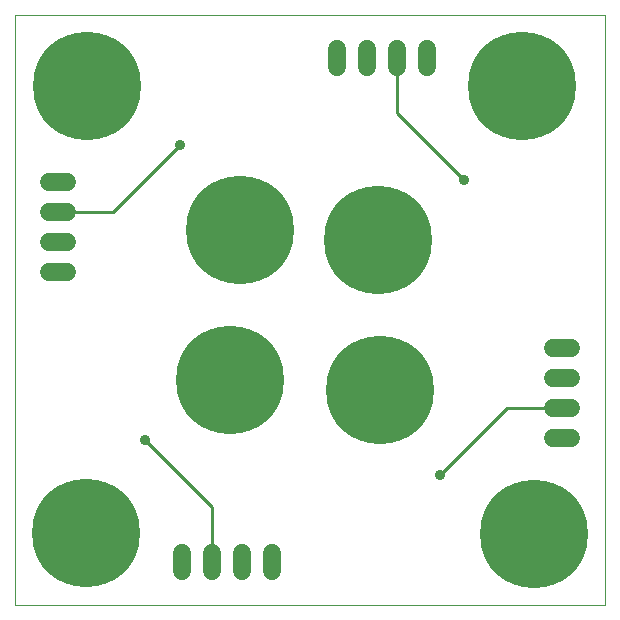
<source format=gbl>
G75*
G70*
%OFA0B0*%
%FSLAX24Y24*%
%IPPOS*%
%LPD*%
%AMOC8*
5,1,8,0,0,1.08239X$1,22.5*
%
%ADD10C,0.0000*%
%ADD11C,0.3600*%
%ADD12C,0.0600*%
%ADD13C,0.0356*%
%ADD14C,0.0100*%
D10*
X000181Y000181D02*
X000181Y019866D01*
X019866Y019866D01*
X019866Y000181D01*
X000181Y000181D01*
D11*
X002567Y002575D03*
X007355Y007693D03*
X012355Y007355D03*
X012300Y012355D03*
X007693Y012693D03*
X002575Y017481D03*
X017087Y017473D03*
X017473Y002567D03*
D12*
X018110Y005748D02*
X018710Y005748D01*
X018710Y006748D02*
X018110Y006748D01*
X018110Y007748D02*
X018710Y007748D01*
X018710Y008748D02*
X018110Y008748D01*
X013906Y018110D02*
X013906Y018710D01*
X012906Y018710D02*
X012906Y018110D01*
X011906Y018110D02*
X011906Y018710D01*
X010906Y018710D02*
X010906Y018110D01*
X001938Y014300D02*
X001338Y014300D01*
X001338Y013300D02*
X001938Y013300D01*
X001938Y012300D02*
X001338Y012300D01*
X001338Y011300D02*
X001938Y011300D01*
X005748Y001938D02*
X005748Y001338D01*
X006748Y001338D02*
X006748Y001938D01*
X007748Y001938D02*
X007748Y001338D01*
X008748Y001338D02*
X008748Y001938D01*
D13*
X004512Y005693D03*
X014355Y004512D03*
X015142Y014355D03*
X005693Y015536D03*
D14*
X003457Y013300D01*
X001638Y013300D01*
X004512Y005693D02*
X006748Y003457D01*
X006748Y001638D01*
X014355Y004512D02*
X016591Y006748D01*
X018410Y006748D01*
X015142Y014355D02*
X012906Y016591D01*
X012906Y018410D01*
M02*

</source>
